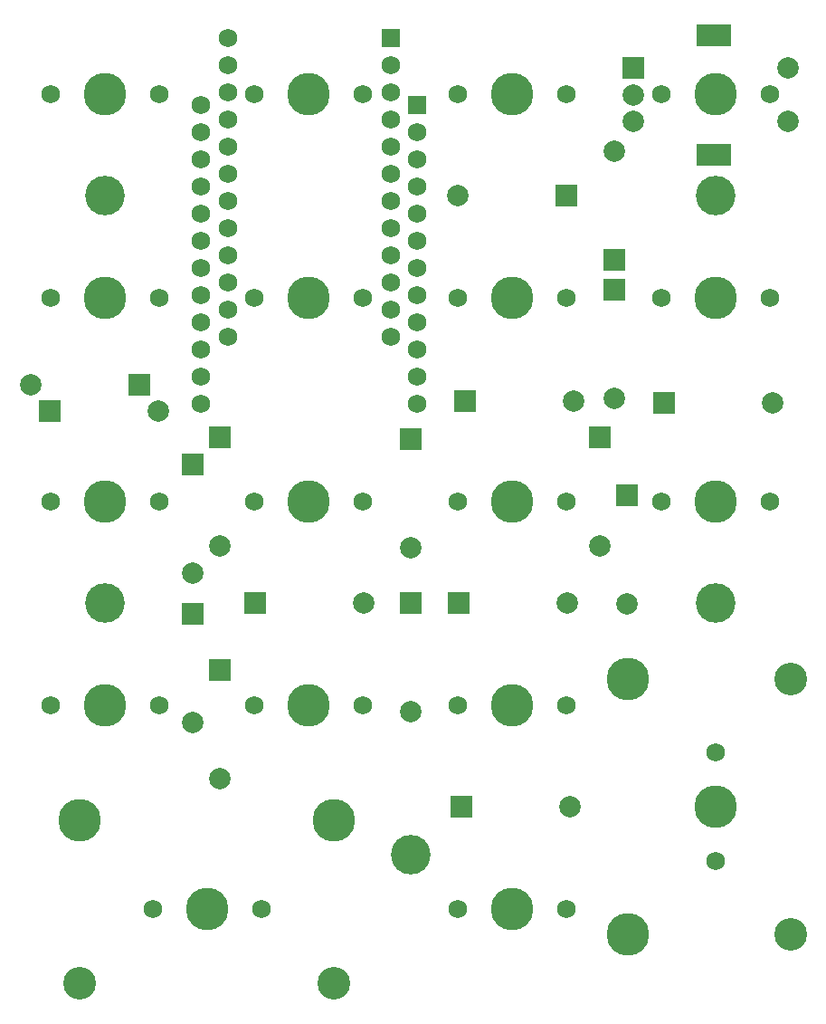
<source format=gbr>
G04 #@! TF.GenerationSoftware,KiCad,Pcbnew,(5.1.7)-1*
G04 #@! TF.CreationDate,2020-12-29T23:42:53-08:00*
G04 #@! TF.ProjectId,dropout,64726f70-6f75-4742-9e6b-696361645f70,rev?*
G04 #@! TF.SameCoordinates,Original*
G04 #@! TF.FileFunction,Soldermask,Top*
G04 #@! TF.FilePolarity,Negative*
%FSLAX46Y46*%
G04 Gerber Fmt 4.6, Leading zero omitted, Abs format (unit mm)*
G04 Created by KiCad (PCBNEW (5.1.7)-1) date 2020-12-29 23:42:53*
%MOMM*%
%LPD*%
G01*
G04 APERTURE LIST*
%ADD10C,3.700000*%
%ADD11C,1.752600*%
%ADD12R,1.752600X1.752600*%
%ADD13R,2.000000X2.000000*%
%ADD14C,2.000000*%
%ADD15R,3.200000X2.000000*%
%ADD16C,3.987800*%
%ADD17C,1.750000*%
%ADD18C,3.048000*%
%ADD19C,1.998980*%
%ADD20R,1.998980X1.998980*%
G04 APERTURE END LIST*
D10*
X116627231Y-99404735D03*
X173777032Y-61304735D03*
X116627232Y-61304735D03*
X173777032Y-99404735D03*
X145227507Y-122929235D03*
D11*
X145827169Y-80784236D03*
X145827169Y-60464236D03*
X125587169Y-73164236D03*
X125587169Y-78244236D03*
X125587169Y-75704236D03*
X125587169Y-52844236D03*
X145827169Y-70624236D03*
X125587169Y-63004236D03*
X145827169Y-78244236D03*
X145827169Y-57924236D03*
X145827169Y-75704236D03*
X125587169Y-68084236D03*
X125587169Y-65544236D03*
X125587169Y-60464236D03*
D12*
X145827169Y-52844236D03*
D11*
X145827169Y-55384236D03*
X145827169Y-63004236D03*
X125587169Y-70624236D03*
X145827169Y-65544236D03*
X145827169Y-73164236D03*
X125587169Y-57924236D03*
X125587169Y-55384236D03*
X125587169Y-80784236D03*
X145827169Y-68084236D03*
D12*
X143327169Y-46594236D03*
D11*
X143327169Y-49134236D03*
X143327169Y-59294236D03*
X143327169Y-56754236D03*
X143327169Y-61834236D03*
X143327169Y-69454236D03*
X143327169Y-71994236D03*
X128087169Y-74534236D03*
X128087169Y-71994236D03*
X143327169Y-66914236D03*
X128087169Y-69454236D03*
X143327169Y-51674236D03*
X143327169Y-54214236D03*
X143327169Y-64374236D03*
X128087169Y-51674236D03*
X128087169Y-64374236D03*
X128087169Y-49134236D03*
X128087169Y-54214236D03*
X128087169Y-61834236D03*
X128087169Y-46594236D03*
X143327169Y-74534236D03*
X128087169Y-59294236D03*
X128087169Y-56754236D03*
X128087169Y-66914236D03*
D13*
X166037963Y-49398482D03*
D14*
X166037963Y-51898482D03*
X166037963Y-54398482D03*
D15*
X173537963Y-46298482D03*
X173537963Y-57498482D03*
D14*
X180537963Y-49398482D03*
X180537963Y-54398482D03*
D16*
X154727032Y-51779735D03*
D17*
X149647032Y-51779735D03*
X159807032Y-51779735D03*
D16*
X173777032Y-89879735D03*
D17*
X168697032Y-89879735D03*
X178857032Y-89879735D03*
X121707032Y-51779735D03*
X111547032Y-51779735D03*
D16*
X116627032Y-51779735D03*
X173777032Y-70829735D03*
D17*
X168697032Y-70829735D03*
X178857032Y-70829735D03*
D16*
X173777032Y-51779735D03*
D17*
X168697032Y-51779735D03*
X178857032Y-51779735D03*
D16*
X173777032Y-118454735D03*
D17*
X173777032Y-123534735D03*
X173777032Y-113374735D03*
D18*
X180762032Y-130360985D03*
X180762032Y-106548485D03*
D16*
X165522032Y-130360985D03*
X165522032Y-106548485D03*
X154727032Y-127979735D03*
D17*
X149647032Y-127979735D03*
X159807032Y-127979735D03*
D16*
X135677032Y-51779735D03*
D17*
X130597032Y-51779735D03*
X140757032Y-51779735D03*
D16*
X154727032Y-70829735D03*
D17*
X149647032Y-70829735D03*
X159807032Y-70829735D03*
D16*
X135677032Y-70829735D03*
D17*
X130597032Y-70829735D03*
X140757032Y-70829735D03*
D16*
X116627032Y-70829735D03*
D17*
X111547032Y-70829735D03*
X121707032Y-70829735D03*
D16*
X154727263Y-89879727D03*
D17*
X149647263Y-89879727D03*
X159807263Y-89879727D03*
D16*
X135677032Y-89879735D03*
D17*
X130597032Y-89879735D03*
X140757032Y-89879735D03*
D16*
X116627032Y-89879735D03*
D17*
X111547032Y-89879735D03*
X121707032Y-89879735D03*
D16*
X154727032Y-108929735D03*
D17*
X149647032Y-108929735D03*
X159807032Y-108929735D03*
D16*
X135677032Y-108929735D03*
D17*
X130597032Y-108929735D03*
X140757032Y-108929735D03*
D16*
X116627032Y-108929735D03*
D17*
X111547032Y-108929735D03*
X121707032Y-108929735D03*
D16*
X126152032Y-127979735D03*
D17*
X121072032Y-127979735D03*
X131232032Y-127979735D03*
D18*
X114245782Y-134964735D03*
X138058282Y-134964735D03*
D16*
X114245782Y-119724735D03*
X138058282Y-119724735D03*
D19*
X159852362Y-99416872D03*
D20*
X149692362Y-99416872D03*
D19*
X165465643Y-99453881D03*
D20*
X165465643Y-89293881D03*
D19*
X179048521Y-80664481D03*
D20*
X168888521Y-80664481D03*
D19*
X164277555Y-57147038D03*
D20*
X164277555Y-67307038D03*
D19*
X160124246Y-118466920D03*
D20*
X149964246Y-118466920D03*
D19*
X145224967Y-109574253D03*
D20*
X145224967Y-99414253D03*
D19*
X162935618Y-94096037D03*
D20*
X162935618Y-83936037D03*
D19*
X160447693Y-80515510D03*
D20*
X150287693Y-80515510D03*
D19*
X164275015Y-80252400D03*
D20*
X164275015Y-70092400D03*
D19*
X140802314Y-99416872D03*
D20*
X130642314Y-99416872D03*
D19*
X145224967Y-94242279D03*
D20*
X145224967Y-84082279D03*
D19*
X127368087Y-94070275D03*
D20*
X127368087Y-83910275D03*
D19*
X149652700Y-61311696D03*
D20*
X159812700Y-61311696D03*
D19*
X127365547Y-115799309D03*
D20*
X127365547Y-105639309D03*
D19*
X124835394Y-110590294D03*
D20*
X124835394Y-100430294D03*
D19*
X124835394Y-96626130D03*
D20*
X124835394Y-86466130D03*
D19*
X121600629Y-81408484D03*
D20*
X111440629Y-81408484D03*
D19*
X109617748Y-79022140D03*
D20*
X119777748Y-79022140D03*
M02*

</source>
